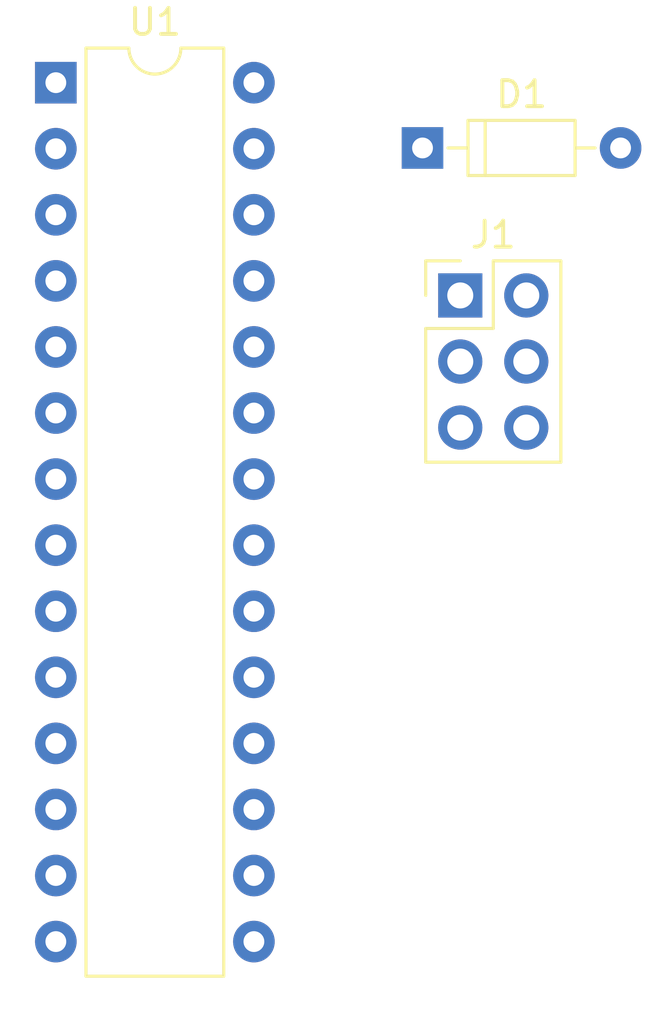
<source format=kicad_pcb>
(kicad_pcb (version 20171130) (host pcbnew no-vcs-found-75b21d0~61~ubuntu17.10.1)

  (general
    (thickness 1.6)
    (drawings 0)
    (tracks 0)
    (zones 0)
    (modules 3)
    (nets 27)
  )

  (page A4)
  (layers
    (0 F.Cu signal)
    (31 B.Cu signal)
    (32 B.Adhes user)
    (33 F.Adhes user)
    (34 B.Paste user)
    (35 F.Paste user)
    (36 B.SilkS user)
    (37 F.SilkS user)
    (38 B.Mask user)
    (39 F.Mask user)
    (40 Dwgs.User user)
    (41 Cmts.User user)
    (42 Eco1.User user)
    (43 Eco2.User user)
    (44 Edge.Cuts user)
    (45 Margin user)
    (46 B.CrtYd user)
    (47 F.CrtYd user)
    (48 B.Fab user)
    (49 F.Fab user)
  )

  (setup
    (last_trace_width 0.25)
    (trace_clearance 0.2)
    (zone_clearance 0.508)
    (zone_45_only no)
    (trace_min 0.2)
    (segment_width 0.2)
    (edge_width 0.15)
    (via_size 0.8)
    (via_drill 0.4)
    (via_min_size 0.4)
    (via_min_drill 0.3)
    (uvia_size 0.3)
    (uvia_drill 0.1)
    (uvias_allowed no)
    (uvia_min_size 0.2)
    (uvia_min_drill 0.1)
    (pcb_text_width 0.3)
    (pcb_text_size 1.5 1.5)
    (mod_edge_width 0.15)
    (mod_text_size 1 1)
    (mod_text_width 0.15)
    (pad_size 1.524 1.524)
    (pad_drill 0.762)
    (pad_to_mask_clearance 0.2)
    (aux_axis_origin 0 0)
    (visible_elements FFFFFF7F)
    (pcbplotparams
      (layerselection 0x010fc_ffffffff)
      (usegerberextensions false)
      (usegerberattributes false)
      (usegerberadvancedattributes false)
      (creategerberjobfile false)
      (excludeedgelayer true)
      (linewidth 0.100000)
      (plotframeref false)
      (viasonmask false)
      (mode 1)
      (useauxorigin false)
      (hpglpennumber 1)
      (hpglpenspeed 20)
      (hpglpendiameter 15)
      (psnegative false)
      (psa4output false)
      (plotreference true)
      (plotvalue true)
      (plotinvisibletext false)
      (padsonsilk false)
      (subtractmaskfromsilk false)
      (outputformat 1)
      (mirror false)
      (drillshape 1)
      (scaleselection 1)
      (outputdirectory ""))
  )

  (net 0 "")
  (net 1 GND)
  (net 2 /RES)
  (net 3 /MOSI)
  (net 4 /SCK)
  (net 5 VCC)
  (net 6 /MISO)
  (net 7 /RX)
  (net 8 /TX)
  (net 9 "Net-(U1-Pad28)")
  (net 10 "Net-(U1-Pad27)")
  (net 11 "Net-(U1-Pad26)")
  (net 12 "Net-(U1-Pad25)")
  (net 13 "Net-(U1-Pad24)")
  (net 14 "Net-(D1-Pad1)")
  (net 15 "Net-(U1-Pad14)")
  (net 16 "Net-(U1-Pad13)")
  (net 17 "Net-(U1-Pad12)")
  (net 18 "Net-(U1-Pad11)")
  (net 19 "Net-(C3-Pad1)")
  (net 20 "Net-(C2-Pad1)")
  (net 21 "Net-(U1-Pad2)")
  (net 22 "Net-(U1-Pad21)")
  (net 23 "Net-(U1-Pad6)")
  (net 24 "Net-(U1-Pad3)")
  (net 25 "Net-(U1-Pad16)")
  (net 26 "Net-(U1-Pad15)")

  (net_class Default "This is the default net class."
    (clearance 0.2)
    (trace_width 0.25)
    (via_dia 0.8)
    (via_drill 0.4)
    (uvia_dia 0.3)
    (uvia_drill 0.1)
    (add_net /MISO)
    (add_net /MOSI)
    (add_net /RES)
    (add_net /RX)
    (add_net /SCK)
    (add_net /TX)
    (add_net GND)
    (add_net "Net-(C2-Pad1)")
    (add_net "Net-(C3-Pad1)")
    (add_net "Net-(D1-Pad1)")
    (add_net "Net-(U1-Pad11)")
    (add_net "Net-(U1-Pad12)")
    (add_net "Net-(U1-Pad13)")
    (add_net "Net-(U1-Pad14)")
    (add_net "Net-(U1-Pad15)")
    (add_net "Net-(U1-Pad16)")
    (add_net "Net-(U1-Pad2)")
    (add_net "Net-(U1-Pad21)")
    (add_net "Net-(U1-Pad24)")
    (add_net "Net-(U1-Pad25)")
    (add_net "Net-(U1-Pad26)")
    (add_net "Net-(U1-Pad27)")
    (add_net "Net-(U1-Pad28)")
    (add_net "Net-(U1-Pad3)")
    (add_net "Net-(U1-Pad6)")
    (add_net VCC)
  )

  (module Housings_DIP:DIP-28_W7.62mm (layer F.Cu) (tedit 59C78D6B) (tstamp 5A34A340)
    (at 112.268 69.342)
    (descr "28-lead though-hole mounted DIP package, row spacing 7.62 mm (300 mils)")
    (tags "THT DIP DIL PDIP 2.54mm 7.62mm 300mil")
    (path /5A343891)
    (fp_text reference U1 (at 3.81 -2.33) (layer F.SilkS)
      (effects (font (size 1 1) (thickness 0.15)))
    )
    (fp_text value ATMEGA8-16PU (at 3.81 35.35) (layer F.Fab)
      (effects (font (size 1 1) (thickness 0.15)))
    )
    (fp_text user %R (at 3.81 16.51) (layer F.Fab)
      (effects (font (size 1 1) (thickness 0.15)))
    )
    (fp_line (start 8.7 -1.55) (end -1.1 -1.55) (layer F.CrtYd) (width 0.05))
    (fp_line (start 8.7 34.55) (end 8.7 -1.55) (layer F.CrtYd) (width 0.05))
    (fp_line (start -1.1 34.55) (end 8.7 34.55) (layer F.CrtYd) (width 0.05))
    (fp_line (start -1.1 -1.55) (end -1.1 34.55) (layer F.CrtYd) (width 0.05))
    (fp_line (start 6.46 -1.33) (end 4.81 -1.33) (layer F.SilkS) (width 0.12))
    (fp_line (start 6.46 34.35) (end 6.46 -1.33) (layer F.SilkS) (width 0.12))
    (fp_line (start 1.16 34.35) (end 6.46 34.35) (layer F.SilkS) (width 0.12))
    (fp_line (start 1.16 -1.33) (end 1.16 34.35) (layer F.SilkS) (width 0.12))
    (fp_line (start 2.81 -1.33) (end 1.16 -1.33) (layer F.SilkS) (width 0.12))
    (fp_line (start 0.635 -0.27) (end 1.635 -1.27) (layer F.Fab) (width 0.1))
    (fp_line (start 0.635 34.29) (end 0.635 -0.27) (layer F.Fab) (width 0.1))
    (fp_line (start 6.985 34.29) (end 0.635 34.29) (layer F.Fab) (width 0.1))
    (fp_line (start 6.985 -1.27) (end 6.985 34.29) (layer F.Fab) (width 0.1))
    (fp_line (start 1.635 -1.27) (end 6.985 -1.27) (layer F.Fab) (width 0.1))
    (fp_arc (start 3.81 -1.33) (end 2.81 -1.33) (angle -180) (layer F.SilkS) (width 0.12))
    (pad 28 thru_hole oval (at 7.62 0) (size 1.6 1.6) (drill 0.8) (layers *.Cu *.Mask)
      (net 9 "Net-(U1-Pad28)"))
    (pad 14 thru_hole oval (at 0 33.02) (size 1.6 1.6) (drill 0.8) (layers *.Cu *.Mask)
      (net 15 "Net-(U1-Pad14)"))
    (pad 27 thru_hole oval (at 7.62 2.54) (size 1.6 1.6) (drill 0.8) (layers *.Cu *.Mask)
      (net 10 "Net-(U1-Pad27)"))
    (pad 13 thru_hole oval (at 0 30.48) (size 1.6 1.6) (drill 0.8) (layers *.Cu *.Mask)
      (net 16 "Net-(U1-Pad13)"))
    (pad 26 thru_hole oval (at 7.62 5.08) (size 1.6 1.6) (drill 0.8) (layers *.Cu *.Mask)
      (net 11 "Net-(U1-Pad26)"))
    (pad 12 thru_hole oval (at 0 27.94) (size 1.6 1.6) (drill 0.8) (layers *.Cu *.Mask)
      (net 17 "Net-(U1-Pad12)"))
    (pad 25 thru_hole oval (at 7.62 7.62) (size 1.6 1.6) (drill 0.8) (layers *.Cu *.Mask)
      (net 12 "Net-(U1-Pad25)"))
    (pad 11 thru_hole oval (at 0 25.4) (size 1.6 1.6) (drill 0.8) (layers *.Cu *.Mask)
      (net 18 "Net-(U1-Pad11)"))
    (pad 24 thru_hole oval (at 7.62 10.16) (size 1.6 1.6) (drill 0.8) (layers *.Cu *.Mask)
      (net 13 "Net-(U1-Pad24)"))
    (pad 10 thru_hole oval (at 0 22.86) (size 1.6 1.6) (drill 0.8) (layers *.Cu *.Mask)
      (net 19 "Net-(C3-Pad1)"))
    (pad 23 thru_hole oval (at 7.62 12.7) (size 1.6 1.6) (drill 0.8) (layers *.Cu *.Mask)
      (net 14 "Net-(D1-Pad1)"))
    (pad 9 thru_hole oval (at 0 20.32) (size 1.6 1.6) (drill 0.8) (layers *.Cu *.Mask)
      (net 20 "Net-(C2-Pad1)"))
    (pad 22 thru_hole oval (at 7.62 15.24) (size 1.6 1.6) (drill 0.8) (layers *.Cu *.Mask)
      (net 1 GND))
    (pad 8 thru_hole oval (at 0 17.78) (size 1.6 1.6) (drill 0.8) (layers *.Cu *.Mask)
      (net 1 GND))
    (pad 21 thru_hole oval (at 7.62 17.78) (size 1.6 1.6) (drill 0.8) (layers *.Cu *.Mask)
      (net 22 "Net-(U1-Pad21)"))
    (pad 7 thru_hole oval (at 0 15.24) (size 1.6 1.6) (drill 0.8) (layers *.Cu *.Mask)
      (net 5 VCC))
    (pad 20 thru_hole oval (at 7.62 20.32) (size 1.6 1.6) (drill 0.8) (layers *.Cu *.Mask)
      (net 5 VCC))
    (pad 6 thru_hole oval (at 0 12.7) (size 1.6 1.6) (drill 0.8) (layers *.Cu *.Mask)
      (net 23 "Net-(U1-Pad6)"))
    (pad 19 thru_hole oval (at 7.62 22.86) (size 1.6 1.6) (drill 0.8) (layers *.Cu *.Mask)
      (net 4 /SCK))
    (pad 5 thru_hole oval (at 0 10.16) (size 1.6 1.6) (drill 0.8) (layers *.Cu *.Mask)
      (net 7 /RX))
    (pad 18 thru_hole oval (at 7.62 25.4) (size 1.6 1.6) (drill 0.8) (layers *.Cu *.Mask)
      (net 6 /MISO))
    (pad 4 thru_hole oval (at 0 7.62) (size 1.6 1.6) (drill 0.8) (layers *.Cu *.Mask)
      (net 8 /TX))
    (pad 17 thru_hole oval (at 7.62 27.94) (size 1.6 1.6) (drill 0.8) (layers *.Cu *.Mask)
      (net 3 /MOSI))
    (pad 3 thru_hole oval (at 0 5.08) (size 1.6 1.6) (drill 0.8) (layers *.Cu *.Mask)
      (net 24 "Net-(U1-Pad3)"))
    (pad 16 thru_hole oval (at 7.62 30.48) (size 1.6 1.6) (drill 0.8) (layers *.Cu *.Mask)
      (net 25 "Net-(U1-Pad16)"))
    (pad 2 thru_hole oval (at 0 2.54) (size 1.6 1.6) (drill 0.8) (layers *.Cu *.Mask)
      (net 21 "Net-(U1-Pad2)"))
    (pad 15 thru_hole oval (at 7.62 33.02) (size 1.6 1.6) (drill 0.8) (layers *.Cu *.Mask)
      (net 26 "Net-(U1-Pad15)"))
    (pad 1 thru_hole rect (at 0 0) (size 1.6 1.6) (drill 0.8) (layers *.Cu *.Mask)
      (net 2 /RES))
    (model ${KISYS3DMOD}/Housings_DIP.3dshapes/DIP-28_W7.62mm.wrl
      (at (xyz 0 0 0))
      (scale (xyz 1 1 1))
      (rotate (xyz 0 0 0))
    )
  )

  (module Pin_Headers:Pin_Header_Straight_2x03_Pitch2.54mm (layer F.Cu) (tedit 59650532) (tstamp 5A32F8F6)
    (at 127.827381 77.5215)
    (descr "Through hole straight pin header, 2x03, 2.54mm pitch, double rows")
    (tags "Through hole pin header THT 2x03 2.54mm double row")
    (path /5A347467)
    (fp_text reference J1 (at 1.27 -2.33) (layer F.SilkS)
      (effects (font (size 1 1) (thickness 0.15)))
    )
    (fp_text value AVR_SPI (at 1.27 7.41) (layer F.Fab)
      (effects (font (size 1 1) (thickness 0.15)))
    )
    (fp_text user %R (at 1.27 2.54 90) (layer F.Fab)
      (effects (font (size 1 1) (thickness 0.15)))
    )
    (fp_line (start 4.35 -1.8) (end -1.8 -1.8) (layer F.CrtYd) (width 0.05))
    (fp_line (start 4.35 6.85) (end 4.35 -1.8) (layer F.CrtYd) (width 0.05))
    (fp_line (start -1.8 6.85) (end 4.35 6.85) (layer F.CrtYd) (width 0.05))
    (fp_line (start -1.8 -1.8) (end -1.8 6.85) (layer F.CrtYd) (width 0.05))
    (fp_line (start -1.33 -1.33) (end 0 -1.33) (layer F.SilkS) (width 0.12))
    (fp_line (start -1.33 0) (end -1.33 -1.33) (layer F.SilkS) (width 0.12))
    (fp_line (start 1.27 -1.33) (end 3.87 -1.33) (layer F.SilkS) (width 0.12))
    (fp_line (start 1.27 1.27) (end 1.27 -1.33) (layer F.SilkS) (width 0.12))
    (fp_line (start -1.33 1.27) (end 1.27 1.27) (layer F.SilkS) (width 0.12))
    (fp_line (start 3.87 -1.33) (end 3.87 6.41) (layer F.SilkS) (width 0.12))
    (fp_line (start -1.33 1.27) (end -1.33 6.41) (layer F.SilkS) (width 0.12))
    (fp_line (start -1.33 6.41) (end 3.87 6.41) (layer F.SilkS) (width 0.12))
    (fp_line (start -1.27 0) (end 0 -1.27) (layer F.Fab) (width 0.1))
    (fp_line (start -1.27 6.35) (end -1.27 0) (layer F.Fab) (width 0.1))
    (fp_line (start 3.81 6.35) (end -1.27 6.35) (layer F.Fab) (width 0.1))
    (fp_line (start 3.81 -1.27) (end 3.81 6.35) (layer F.Fab) (width 0.1))
    (fp_line (start 0 -1.27) (end 3.81 -1.27) (layer F.Fab) (width 0.1))
    (pad 6 thru_hole oval (at 2.54 5.08) (size 1.7 1.7) (drill 1) (layers *.Cu *.Mask)
      (net 1 GND))
    (pad 5 thru_hole oval (at 0 5.08) (size 1.7 1.7) (drill 1) (layers *.Cu *.Mask)
      (net 2 /RES))
    (pad 4 thru_hole oval (at 2.54 2.54) (size 1.7 1.7) (drill 1) (layers *.Cu *.Mask)
      (net 3 /MOSI))
    (pad 3 thru_hole oval (at 0 2.54) (size 1.7 1.7) (drill 1) (layers *.Cu *.Mask)
      (net 4 /SCK))
    (pad 2 thru_hole oval (at 2.54 0) (size 1.7 1.7) (drill 1) (layers *.Cu *.Mask)
      (net 5 VCC))
    (pad 1 thru_hole rect (at 0 0) (size 1.7 1.7) (drill 1) (layers *.Cu *.Mask)
      (net 6 /MISO))
    (model ${KISYS3DMOD}/Pin_Headers.3dshapes/Pin_Header_Straight_2x03_Pitch2.54mm.wrl
      (at (xyz 0 0 0))
      (scale (xyz 1 1 1))
      (rotate (xyz 0 0 0))
    )
  )

  (module Diodes_THT:D_DO-35_SOD27_P7.62mm_Horizontal (layer F.Cu) (tedit 5921392F) (tstamp 5A32E48F)
    (at 126.375001 71.8515)
    (descr "D, DO-35_SOD27 series, Axial, Horizontal, pin pitch=7.62mm, , length*diameter=4*2mm^2, , http://www.diodes.com/_files/packages/DO-35.pdf")
    (tags "D DO-35_SOD27 series Axial Horizontal pin pitch 7.62mm  length 4mm diameter 2mm")
    (path /5A369509)
    (fp_text reference D1 (at 3.81 -2.06) (layer F.SilkS)
      (effects (font (size 1 1) (thickness 0.15)))
    )
    (fp_text value 1N4148 (at 3.81 2.06) (layer F.Fab)
      (effects (font (size 1 1) (thickness 0.15)))
    )
    (fp_line (start 8.7 -1.35) (end -1.05 -1.35) (layer F.CrtYd) (width 0.05))
    (fp_line (start 8.7 1.35) (end 8.7 -1.35) (layer F.CrtYd) (width 0.05))
    (fp_line (start -1.05 1.35) (end 8.7 1.35) (layer F.CrtYd) (width 0.05))
    (fp_line (start -1.05 -1.35) (end -1.05 1.35) (layer F.CrtYd) (width 0.05))
    (fp_line (start 2.41 -1.06) (end 2.41 1.06) (layer F.SilkS) (width 0.12))
    (fp_line (start 6.64 0) (end 5.87 0) (layer F.SilkS) (width 0.12))
    (fp_line (start 0.98 0) (end 1.75 0) (layer F.SilkS) (width 0.12))
    (fp_line (start 5.87 -1.06) (end 1.75 -1.06) (layer F.SilkS) (width 0.12))
    (fp_line (start 5.87 1.06) (end 5.87 -1.06) (layer F.SilkS) (width 0.12))
    (fp_line (start 1.75 1.06) (end 5.87 1.06) (layer F.SilkS) (width 0.12))
    (fp_line (start 1.75 -1.06) (end 1.75 1.06) (layer F.SilkS) (width 0.12))
    (fp_line (start 2.41 -1) (end 2.41 1) (layer F.Fab) (width 0.1))
    (fp_line (start 7.62 0) (end 5.81 0) (layer F.Fab) (width 0.1))
    (fp_line (start 0 0) (end 1.81 0) (layer F.Fab) (width 0.1))
    (fp_line (start 5.81 -1) (end 1.81 -1) (layer F.Fab) (width 0.1))
    (fp_line (start 5.81 1) (end 5.81 -1) (layer F.Fab) (width 0.1))
    (fp_line (start 1.81 1) (end 5.81 1) (layer F.Fab) (width 0.1))
    (fp_line (start 1.81 -1) (end 1.81 1) (layer F.Fab) (width 0.1))
    (fp_text user %R (at 3.81 0) (layer F.Fab)
      (effects (font (size 1 1) (thickness 0.15)))
    )
    (pad 2 thru_hole oval (at 7.62 0) (size 1.6 1.6) (drill 0.8) (layers *.Cu *.Mask)
      (net 1 GND))
    (pad 1 thru_hole rect (at 0 0) (size 1.6 1.6) (drill 0.8) (layers *.Cu *.Mask)
      (net 14 "Net-(D1-Pad1)"))
    (model ${KISYS3DMOD}/Diodes_THT.3dshapes/D_DO-35_SOD27_P7.62mm_Horizontal.wrl
      (at (xyz 0 0 0))
      (scale (xyz 0.393701 0.393701 0.393701))
      (rotate (xyz 0 0 0))
    )
  )

)

</source>
